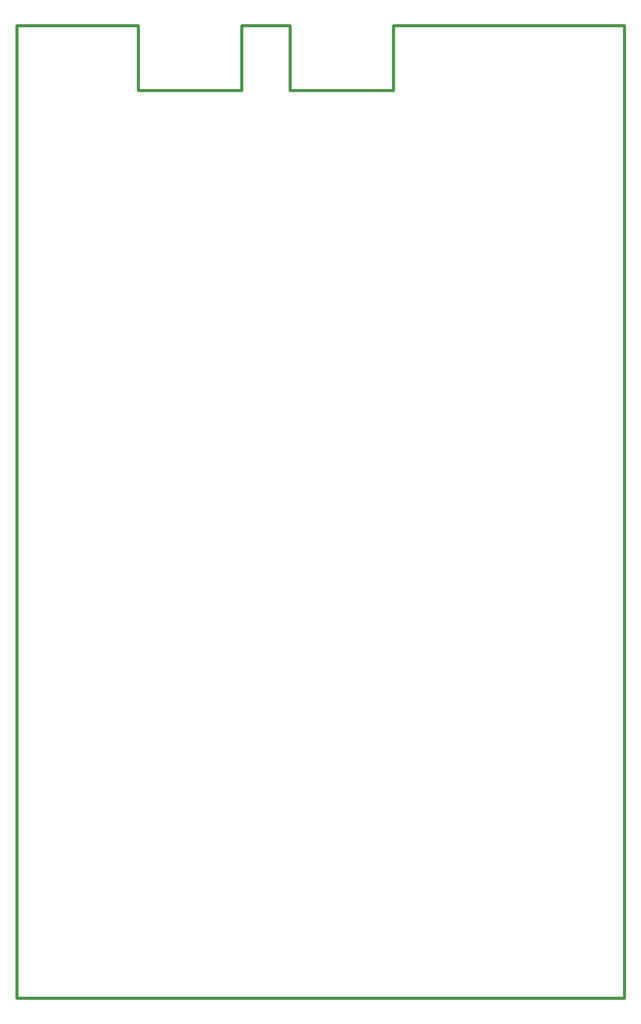
<source format=gm1>
G04 #@! TF.GenerationSoftware,KiCad,Pcbnew,7.0.2-6a45011f42~172~ubuntu20.04.1*
G04 #@! TF.CreationDate,2023-06-13T08:43:18+02:00*
G04 #@! TF.ProjectId,inverter,696e7665-7274-4657-922e-6b696361645f,rev?*
G04 #@! TF.SameCoordinates,Original*
G04 #@! TF.FileFunction,Profile,NP*
%FSLAX46Y46*%
G04 Gerber Fmt 4.6, Leading zero omitted, Abs format (unit mm)*
G04 Created by KiCad (PCBNEW 7.0.2-6a45011f42~172~ubuntu20.04.1) date 2023-06-13 08:43:18*
%MOMM*%
%LPD*%
G01*
G04 APERTURE LIST*
G04 #@! TA.AperFunction,Profile*
%ADD10C,0.500000*%
G04 #@! TD*
G04 APERTURE END LIST*
D10*
X42000000Y-22000000D02*
X42000000Y-182000000D01*
X79000000Y-22000000D02*
X79000000Y-32700000D01*
X104000000Y-22000000D02*
X142000000Y-22000000D01*
X42000000Y-182000000D02*
X142000000Y-182000000D01*
X87000000Y-32700000D02*
X104000000Y-32700000D01*
X62000000Y-32700000D02*
X79000000Y-32700000D01*
X42000000Y-22000000D02*
X62000000Y-22000000D01*
X79000000Y-22000000D02*
X87000000Y-22000000D01*
X87000000Y-22000000D02*
X87000000Y-32700000D01*
X62000000Y-22000000D02*
X62000000Y-32700000D01*
X104000000Y-22000000D02*
X104000000Y-32700000D01*
X142000000Y-182000000D02*
X142000000Y-22000000D01*
M02*

</source>
